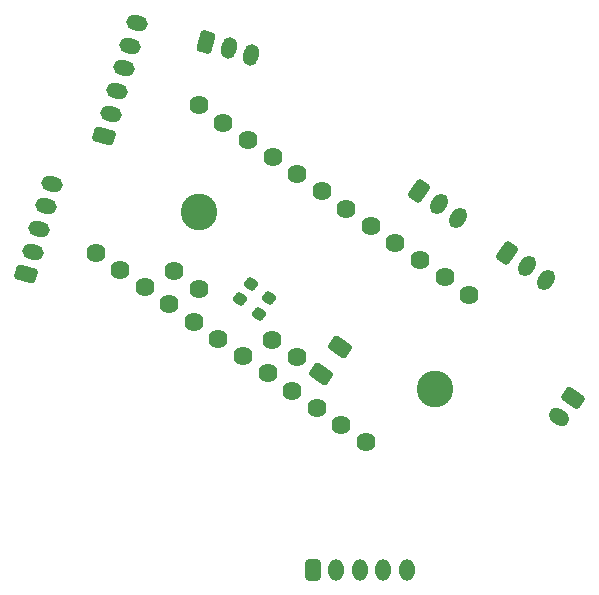
<source format=gbr>
%TF.GenerationSoftware,KiCad,Pcbnew,(6.0.9)*%
%TF.CreationDate,2023-01-28T00:17:32-09:00*%
%TF.ProjectId,HOTAS_Throttle Inner Grip,484f5441-535f-4546-9872-6f74746c6520,rev?*%
%TF.SameCoordinates,Original*%
%TF.FileFunction,Soldermask,Top*%
%TF.FilePolarity,Negative*%
%FSLAX46Y46*%
G04 Gerber Fmt 4.6, Leading zero omitted, Abs format (unit mm)*
G04 Created by KiCad (PCBNEW (6.0.9)) date 2023-01-28 00:17:32*
%MOMM*%
%LPD*%
G01*
G04 APERTURE LIST*
G04 Aperture macros list*
%AMRoundRect*
0 Rectangle with rounded corners*
0 $1 Rounding radius*
0 $2 $3 $4 $5 $6 $7 $8 $9 X,Y pos of 4 corners*
0 Add a 4 corners polygon primitive as box body*
4,1,4,$2,$3,$4,$5,$6,$7,$8,$9,$2,$3,0*
0 Add four circle primitives for the rounded corners*
1,1,$1+$1,$2,$3*
1,1,$1+$1,$4,$5*
1,1,$1+$1,$6,$7*
1,1,$1+$1,$8,$9*
0 Add four rect primitives between the rounded corners*
20,1,$1+$1,$2,$3,$4,$5,0*
20,1,$1+$1,$4,$5,$6,$7,0*
20,1,$1+$1,$6,$7,$8,$9,0*
20,1,$1+$1,$8,$9,$2,$3,0*%
%AMHorizOval*
0 Thick line with rounded ends*
0 $1 width*
0 $2 $3 position (X,Y) of the first rounded end (center of the circle)*
0 $4 $5 position (X,Y) of the second rounded end (center of the circle)*
0 Add line between two ends*
20,1,$1,$2,$3,$4,$5,0*
0 Add two circle primitives to create the rounded ends*
1,1,$1,$2,$3*
1,1,$1,$4,$5*%
G04 Aperture macros list end*
%ADD10C,1.624000*%
%ADD11HorizOval,1.300000X-0.264347X0.075800X0.264347X-0.075800X0*%
%ADD12RoundRect,0.299999X0.504316X-0.508716X0.697263X0.164169X-0.504316X0.508716X-0.697263X-0.164169X0*%
%ADD13HorizOval,1.300000X-0.157734X-0.225267X0.157734X0.225267X0*%
%ADD14RoundRect,0.299999X-0.645190X-0.311219X-0.071782X-0.712723X0.645190X0.311219X0.071782X0.712723X0*%
%ADD15HorizOval,1.300000X-0.075800X-0.264347X0.075800X0.264347X0*%
%ADD16RoundRect,0.299999X-0.508716X-0.504316X0.164169X-0.697263X0.508716X0.504316X-0.164169X0.697263X0*%
%ADD17O,1.300000X1.850000*%
%ADD18RoundRect,0.299999X-0.350001X-0.625001X0.350001X-0.625001X0.350001X0.625001X-0.350001X0.625001X0*%
%ADD19HorizOval,1.300000X-0.225267X0.157734X0.225267X-0.157734X0*%
%ADD20RoundRect,0.299999X-0.311219X0.645190X-0.712723X0.071782X0.311219X-0.645190X0.712723X-0.071782X0*%
%ADD21C,3.100000*%
%ADD22RoundRect,0.268750X0.084438X-0.326168X0.335378X0.032211X-0.084438X0.326168X-0.335378X-0.032211X0*%
%ADD23RoundRect,0.300000X0.296879X-0.665667X0.727061X-0.051303X-0.296879X0.665667X-0.727061X0.051303X0*%
G04 APERTURE END LIST*
D10*
%TO.C,U1*%
X93303586Y-114337408D03*
X91222939Y-112880524D03*
X84981001Y-108509872D03*
X82900355Y-107052987D03*
X99128963Y-121517149D03*
X97048317Y-120060265D03*
X94967671Y-118603381D03*
X92887024Y-117146497D03*
X90806378Y-115689612D03*
X88725732Y-114232728D03*
X86645086Y-112775844D03*
X84564440Y-111318960D03*
X82483793Y-109862076D03*
X80403147Y-108405192D03*
X78322501Y-106948307D03*
X76241855Y-105491423D03*
X84983160Y-93007546D03*
X87063806Y-94464430D03*
X89144452Y-95921314D03*
X91225098Y-97378199D03*
X93305745Y-98835083D03*
X95386391Y-100291967D03*
X97467037Y-101748851D03*
X99547683Y-103205735D03*
X101628329Y-104662619D03*
X103708976Y-106119503D03*
X105789622Y-107576388D03*
X107870268Y-109033272D03*
%TD*%
D11*
%TO.C,COM1*%
X79718374Y-86018383D03*
X79167099Y-87940906D03*
X78615824Y-89863430D03*
X78064549Y-91785953D03*
X77513275Y-93708477D03*
D12*
X76962000Y-95631000D03*
%TD*%
D13*
%TO.C,SPDBRK1*%
X114376208Y-107780506D03*
X112737904Y-106633353D03*
D14*
X111099600Y-105486200D03*
%TD*%
D15*
%TO.C,CM1*%
X89443047Y-88732549D03*
X87520523Y-88181275D03*
D16*
X85598000Y-87630000D03*
%TD*%
D11*
%TO.C,TDC/JOY1*%
X72563099Y-99624906D03*
X72011824Y-101547430D03*
X71460549Y-103469953D03*
X70909275Y-105392477D03*
D12*
X70358000Y-107315000D03*
%TD*%
D17*
%TO.C,J2/OUTPUT*%
X102615000Y-132334000D03*
X100615000Y-132334000D03*
X98615000Y-132334000D03*
X96615000Y-132334000D03*
D18*
X94615000Y-132334000D03*
%TD*%
D19*
%TO.C,CAGE1*%
X115515047Y-119418104D03*
D20*
X116662200Y-117779800D03*
%TD*%
D13*
%TO.C,ANT1*%
X106917560Y-102531539D03*
X105279256Y-101384386D03*
D14*
X103640952Y-100237233D03*
%TD*%
D21*
%TO.C,H1*%
X105000000Y-117000000D03*
%TD*%
D22*
%TO.C,C7*%
X89406382Y-108131636D03*
X88503000Y-109421800D03*
%TD*%
%TO.C,C8*%
X90951691Y-109354918D03*
X90048309Y-110645082D03*
%TD*%
D23*
%TO.C,C1*%
X96942007Y-113483387D03*
X95335993Y-115777013D03*
%TD*%
D21*
%TO.C,H4*%
X85000000Y-102000000D03*
%TD*%
M02*

</source>
